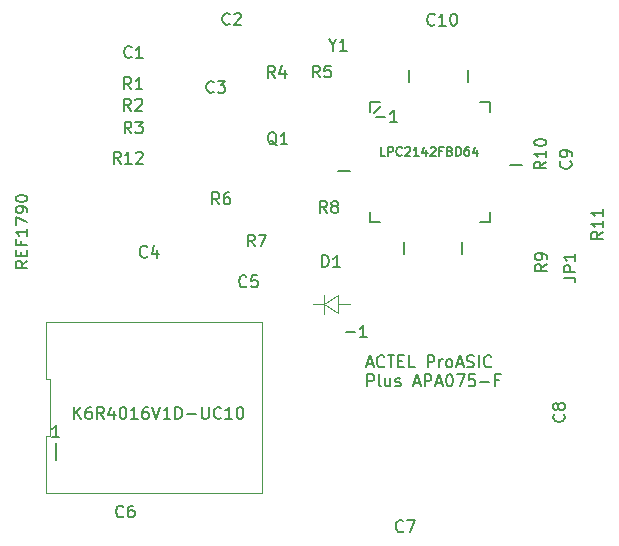
<source format=gbr>
%TF.GenerationSoftware,KiCad,Pcbnew,(6.0.2)*%
%TF.CreationDate,2022-09-11T13:31:58-05:00*%
%TF.ProjectId,REF1790,52454631-3739-4302-9e6b-696361645f70,rev?*%
%TF.SameCoordinates,Original*%
%TF.FileFunction,Legend,Top*%
%TF.FilePolarity,Positive*%
%FSLAX46Y46*%
G04 Gerber Fmt 4.6, Leading zero omitted, Abs format (unit mm)*
G04 Created by KiCad (PCBNEW (6.0.2)) date 2022-09-11 13:31:58*
%MOMM*%
%LPD*%
G01*
G04 APERTURE LIST*
%ADD10C,0.150000*%
%ADD11C,0.120000*%
%ADD12C,0.100000*%
%ADD13C,0.152400*%
G04 APERTURE END LIST*
D10*
X159713857Y-77276285D02*
X159356714Y-77276285D01*
X159356714Y-76526285D01*
X159963857Y-77276285D02*
X159963857Y-76526285D01*
X160249571Y-76526285D01*
X160321000Y-76562000D01*
X160356714Y-76597714D01*
X160392428Y-76669142D01*
X160392428Y-76776285D01*
X160356714Y-76847714D01*
X160321000Y-76883428D01*
X160249571Y-76919142D01*
X159963857Y-76919142D01*
X161142428Y-77204857D02*
X161106714Y-77240571D01*
X160999571Y-77276285D01*
X160928142Y-77276285D01*
X160821000Y-77240571D01*
X160749571Y-77169142D01*
X160713857Y-77097714D01*
X160678142Y-76954857D01*
X160678142Y-76847714D01*
X160713857Y-76704857D01*
X160749571Y-76633428D01*
X160821000Y-76562000D01*
X160928142Y-76526285D01*
X160999571Y-76526285D01*
X161106714Y-76562000D01*
X161142428Y-76597714D01*
X161428142Y-76597714D02*
X161463857Y-76562000D01*
X161535285Y-76526285D01*
X161713857Y-76526285D01*
X161785285Y-76562000D01*
X161821000Y-76597714D01*
X161856714Y-76669142D01*
X161856714Y-76740571D01*
X161821000Y-76847714D01*
X161392428Y-77276285D01*
X161856714Y-77276285D01*
X162571000Y-77276285D02*
X162142428Y-77276285D01*
X162356714Y-77276285D02*
X162356714Y-76526285D01*
X162285285Y-76633428D01*
X162213857Y-76704857D01*
X162142428Y-76740571D01*
X163213857Y-76776285D02*
X163213857Y-77276285D01*
X163035285Y-76490571D02*
X162856714Y-77026285D01*
X163321000Y-77026285D01*
X163571000Y-76597714D02*
X163606714Y-76562000D01*
X163678142Y-76526285D01*
X163856714Y-76526285D01*
X163928142Y-76562000D01*
X163963857Y-76597714D01*
X163999571Y-76669142D01*
X163999571Y-76740571D01*
X163963857Y-76847714D01*
X163535285Y-77276285D01*
X163999571Y-77276285D01*
X164571000Y-76883428D02*
X164321000Y-76883428D01*
X164321000Y-77276285D02*
X164321000Y-76526285D01*
X164678142Y-76526285D01*
X165213857Y-76883428D02*
X165321000Y-76919142D01*
X165356714Y-76954857D01*
X165392428Y-77026285D01*
X165392428Y-77133428D01*
X165356714Y-77204857D01*
X165321000Y-77240571D01*
X165249571Y-77276285D01*
X164963857Y-77276285D01*
X164963857Y-76526285D01*
X165213857Y-76526285D01*
X165285285Y-76562000D01*
X165321000Y-76597714D01*
X165356714Y-76669142D01*
X165356714Y-76740571D01*
X165321000Y-76812000D01*
X165285285Y-76847714D01*
X165213857Y-76883428D01*
X164963857Y-76883428D01*
X165713857Y-77276285D02*
X165713857Y-76526285D01*
X165892428Y-76526285D01*
X165999571Y-76562000D01*
X166071000Y-76633428D01*
X166106714Y-76704857D01*
X166142428Y-76847714D01*
X166142428Y-76954857D01*
X166106714Y-77097714D01*
X166071000Y-77169142D01*
X165999571Y-77240571D01*
X165892428Y-77276285D01*
X165713857Y-77276285D01*
X166785285Y-76526285D02*
X166642428Y-76526285D01*
X166571000Y-76562000D01*
X166535285Y-76597714D01*
X166463857Y-76704857D01*
X166428142Y-76847714D01*
X166428142Y-77133428D01*
X166463857Y-77204857D01*
X166499571Y-77240571D01*
X166571000Y-77276285D01*
X166713857Y-77276285D01*
X166785285Y-77240571D01*
X166821000Y-77204857D01*
X166856714Y-77133428D01*
X166856714Y-76954857D01*
X166821000Y-76883428D01*
X166785285Y-76847714D01*
X166713857Y-76812000D01*
X166571000Y-76812000D01*
X166499571Y-76847714D01*
X166463857Y-76883428D01*
X166428142Y-76954857D01*
X167499571Y-76776285D02*
X167499571Y-77276285D01*
X167321000Y-76490571D02*
X167142428Y-77026285D01*
X167606714Y-77026285D01*
X133386142Y-99546380D02*
X133386142Y-98546380D01*
X133957571Y-99546380D02*
X133529000Y-98974952D01*
X133957571Y-98546380D02*
X133386142Y-99117809D01*
X134814714Y-98546380D02*
X134624238Y-98546380D01*
X134529000Y-98594000D01*
X134481380Y-98641619D01*
X134386142Y-98784476D01*
X134338523Y-98974952D01*
X134338523Y-99355904D01*
X134386142Y-99451142D01*
X134433761Y-99498761D01*
X134529000Y-99546380D01*
X134719476Y-99546380D01*
X134814714Y-99498761D01*
X134862333Y-99451142D01*
X134909952Y-99355904D01*
X134909952Y-99117809D01*
X134862333Y-99022571D01*
X134814714Y-98974952D01*
X134719476Y-98927333D01*
X134529000Y-98927333D01*
X134433761Y-98974952D01*
X134386142Y-99022571D01*
X134338523Y-99117809D01*
X135909952Y-99546380D02*
X135576619Y-99070190D01*
X135338523Y-99546380D02*
X135338523Y-98546380D01*
X135719476Y-98546380D01*
X135814714Y-98594000D01*
X135862333Y-98641619D01*
X135909952Y-98736857D01*
X135909952Y-98879714D01*
X135862333Y-98974952D01*
X135814714Y-99022571D01*
X135719476Y-99070190D01*
X135338523Y-99070190D01*
X136767095Y-98879714D02*
X136767095Y-99546380D01*
X136529000Y-98498761D02*
X136290904Y-99213047D01*
X136909952Y-99213047D01*
X137481380Y-98546380D02*
X137576619Y-98546380D01*
X137671857Y-98594000D01*
X137719476Y-98641619D01*
X137767095Y-98736857D01*
X137814714Y-98927333D01*
X137814714Y-99165428D01*
X137767095Y-99355904D01*
X137719476Y-99451142D01*
X137671857Y-99498761D01*
X137576619Y-99546380D01*
X137481380Y-99546380D01*
X137386142Y-99498761D01*
X137338523Y-99451142D01*
X137290904Y-99355904D01*
X137243285Y-99165428D01*
X137243285Y-98927333D01*
X137290904Y-98736857D01*
X137338523Y-98641619D01*
X137386142Y-98594000D01*
X137481380Y-98546380D01*
X138767095Y-99546380D02*
X138195666Y-99546380D01*
X138481380Y-99546380D02*
X138481380Y-98546380D01*
X138386142Y-98689238D01*
X138290904Y-98784476D01*
X138195666Y-98832095D01*
X139624238Y-98546380D02*
X139433761Y-98546380D01*
X139338523Y-98594000D01*
X139290904Y-98641619D01*
X139195666Y-98784476D01*
X139148047Y-98974952D01*
X139148047Y-99355904D01*
X139195666Y-99451142D01*
X139243285Y-99498761D01*
X139338523Y-99546380D01*
X139529000Y-99546380D01*
X139624238Y-99498761D01*
X139671857Y-99451142D01*
X139719476Y-99355904D01*
X139719476Y-99117809D01*
X139671857Y-99022571D01*
X139624238Y-98974952D01*
X139529000Y-98927333D01*
X139338523Y-98927333D01*
X139243285Y-98974952D01*
X139195666Y-99022571D01*
X139148047Y-99117809D01*
X140005190Y-98546380D02*
X140338523Y-99546380D01*
X140671857Y-98546380D01*
X141529000Y-99546380D02*
X140957571Y-99546380D01*
X141243285Y-99546380D02*
X141243285Y-98546380D01*
X141148047Y-98689238D01*
X141052809Y-98784476D01*
X140957571Y-98832095D01*
X141957571Y-99546380D02*
X141957571Y-98546380D01*
X142195666Y-98546380D01*
X142338523Y-98594000D01*
X142433761Y-98689238D01*
X142481380Y-98784476D01*
X142529000Y-98974952D01*
X142529000Y-99117809D01*
X142481380Y-99308285D01*
X142433761Y-99403523D01*
X142338523Y-99498761D01*
X142195666Y-99546380D01*
X141957571Y-99546380D01*
X142957571Y-99165428D02*
X143719476Y-99165428D01*
X144195666Y-98546380D02*
X144195666Y-99355904D01*
X144243285Y-99451142D01*
X144290904Y-99498761D01*
X144386142Y-99546380D01*
X144576619Y-99546380D01*
X144671857Y-99498761D01*
X144719476Y-99451142D01*
X144767095Y-99355904D01*
X144767095Y-98546380D01*
X145814714Y-99451142D02*
X145767095Y-99498761D01*
X145624238Y-99546380D01*
X145529000Y-99546380D01*
X145386142Y-99498761D01*
X145290904Y-99403523D01*
X145243285Y-99308285D01*
X145195666Y-99117809D01*
X145195666Y-98974952D01*
X145243285Y-98784476D01*
X145290904Y-98689238D01*
X145386142Y-98594000D01*
X145529000Y-98546380D01*
X145624238Y-98546380D01*
X145767095Y-98594000D01*
X145814714Y-98641619D01*
X146767095Y-99546380D02*
X146195666Y-99546380D01*
X146481380Y-99546380D02*
X146481380Y-98546380D01*
X146386142Y-98689238D01*
X146290904Y-98784476D01*
X146195666Y-98832095D01*
X147386142Y-98546380D02*
X147481380Y-98546380D01*
X147576619Y-98594000D01*
X147624238Y-98641619D01*
X147671857Y-98736857D01*
X147719476Y-98927333D01*
X147719476Y-99165428D01*
X147671857Y-99355904D01*
X147624238Y-99451142D01*
X147576619Y-99498761D01*
X147481380Y-99546380D01*
X147386142Y-99546380D01*
X147290904Y-99498761D01*
X147243285Y-99451142D01*
X147195666Y-99355904D01*
X147148047Y-99165428D01*
X147148047Y-98927333D01*
X147195666Y-98736857D01*
X147243285Y-98641619D01*
X147290904Y-98594000D01*
X147386142Y-98546380D01*
X132113714Y-101099380D02*
X131542285Y-101099380D01*
X131828000Y-101099380D02*
X131828000Y-100099380D01*
X131732761Y-100242238D01*
X131637523Y-100337476D01*
X131542285Y-100385095D01*
X131828000Y-103042714D02*
X131828000Y-101614142D01*
X156381857Y-92227428D02*
X157143761Y-92227428D01*
X158143761Y-92608380D02*
X157572333Y-92608380D01*
X157858047Y-92608380D02*
X157858047Y-91608380D01*
X157762809Y-91751238D01*
X157667571Y-91846476D01*
X157572333Y-91894095D01*
X158167142Y-94887666D02*
X158643333Y-94887666D01*
X158071904Y-95173380D02*
X158405238Y-94173380D01*
X158738571Y-95173380D01*
X159643333Y-95078142D02*
X159595714Y-95125761D01*
X159452857Y-95173380D01*
X159357619Y-95173380D01*
X159214761Y-95125761D01*
X159119523Y-95030523D01*
X159071904Y-94935285D01*
X159024285Y-94744809D01*
X159024285Y-94601952D01*
X159071904Y-94411476D01*
X159119523Y-94316238D01*
X159214761Y-94221000D01*
X159357619Y-94173380D01*
X159452857Y-94173380D01*
X159595714Y-94221000D01*
X159643333Y-94268619D01*
X159929047Y-94173380D02*
X160500476Y-94173380D01*
X160214761Y-95173380D02*
X160214761Y-94173380D01*
X160833809Y-94649571D02*
X161167142Y-94649571D01*
X161310000Y-95173380D02*
X160833809Y-95173380D01*
X160833809Y-94173380D01*
X161310000Y-94173380D01*
X162214761Y-95173380D02*
X161738571Y-95173380D01*
X161738571Y-94173380D01*
X163310000Y-95173380D02*
X163310000Y-94173380D01*
X163690952Y-94173380D01*
X163786190Y-94221000D01*
X163833809Y-94268619D01*
X163881428Y-94363857D01*
X163881428Y-94506714D01*
X163833809Y-94601952D01*
X163786190Y-94649571D01*
X163690952Y-94697190D01*
X163310000Y-94697190D01*
X164310000Y-95173380D02*
X164310000Y-94506714D01*
X164310000Y-94697190D02*
X164357619Y-94601952D01*
X164405238Y-94554333D01*
X164500476Y-94506714D01*
X164595714Y-94506714D01*
X165071904Y-95173380D02*
X164976666Y-95125761D01*
X164929047Y-95078142D01*
X164881428Y-94982904D01*
X164881428Y-94697190D01*
X164929047Y-94601952D01*
X164976666Y-94554333D01*
X165071904Y-94506714D01*
X165214761Y-94506714D01*
X165310000Y-94554333D01*
X165357619Y-94601952D01*
X165405238Y-94697190D01*
X165405238Y-94982904D01*
X165357619Y-95078142D01*
X165310000Y-95125761D01*
X165214761Y-95173380D01*
X165071904Y-95173380D01*
X165786190Y-94887666D02*
X166262380Y-94887666D01*
X165690952Y-95173380D02*
X166024285Y-94173380D01*
X166357619Y-95173380D01*
X166643333Y-95125761D02*
X166786190Y-95173380D01*
X167024285Y-95173380D01*
X167119523Y-95125761D01*
X167167142Y-95078142D01*
X167214761Y-94982904D01*
X167214761Y-94887666D01*
X167167142Y-94792428D01*
X167119523Y-94744809D01*
X167024285Y-94697190D01*
X166833809Y-94649571D01*
X166738571Y-94601952D01*
X166690952Y-94554333D01*
X166643333Y-94459095D01*
X166643333Y-94363857D01*
X166690952Y-94268619D01*
X166738571Y-94221000D01*
X166833809Y-94173380D01*
X167071904Y-94173380D01*
X167214761Y-94221000D01*
X167643333Y-95173380D02*
X167643333Y-94173380D01*
X168690952Y-95078142D02*
X168643333Y-95125761D01*
X168500476Y-95173380D01*
X168405238Y-95173380D01*
X168262380Y-95125761D01*
X168167142Y-95030523D01*
X168119523Y-94935285D01*
X168071904Y-94744809D01*
X168071904Y-94601952D01*
X168119523Y-94411476D01*
X168167142Y-94316238D01*
X168262380Y-94221000D01*
X168405238Y-94173380D01*
X168500476Y-94173380D01*
X168643333Y-94221000D01*
X168690952Y-94268619D01*
X158214761Y-96783380D02*
X158214761Y-95783380D01*
X158595714Y-95783380D01*
X158690952Y-95831000D01*
X158738571Y-95878619D01*
X158786190Y-95973857D01*
X158786190Y-96116714D01*
X158738571Y-96211952D01*
X158690952Y-96259571D01*
X158595714Y-96307190D01*
X158214761Y-96307190D01*
X159357619Y-96783380D02*
X159262380Y-96735761D01*
X159214761Y-96640523D01*
X159214761Y-95783380D01*
X160167142Y-96116714D02*
X160167142Y-96783380D01*
X159738571Y-96116714D02*
X159738571Y-96640523D01*
X159786190Y-96735761D01*
X159881428Y-96783380D01*
X160024285Y-96783380D01*
X160119523Y-96735761D01*
X160167142Y-96688142D01*
X160595714Y-96735761D02*
X160690952Y-96783380D01*
X160881428Y-96783380D01*
X160976666Y-96735761D01*
X161024285Y-96640523D01*
X161024285Y-96592904D01*
X160976666Y-96497666D01*
X160881428Y-96450047D01*
X160738571Y-96450047D01*
X160643333Y-96402428D01*
X160595714Y-96307190D01*
X160595714Y-96259571D01*
X160643333Y-96164333D01*
X160738571Y-96116714D01*
X160881428Y-96116714D01*
X160976666Y-96164333D01*
X162167142Y-96497666D02*
X162643333Y-96497666D01*
X162071904Y-96783380D02*
X162405238Y-95783380D01*
X162738571Y-96783380D01*
X163071904Y-96783380D02*
X163071904Y-95783380D01*
X163452857Y-95783380D01*
X163548095Y-95831000D01*
X163595714Y-95878619D01*
X163643333Y-95973857D01*
X163643333Y-96116714D01*
X163595714Y-96211952D01*
X163548095Y-96259571D01*
X163452857Y-96307190D01*
X163071904Y-96307190D01*
X164024285Y-96497666D02*
X164500476Y-96497666D01*
X163929047Y-96783380D02*
X164262380Y-95783380D01*
X164595714Y-96783380D01*
X165119523Y-95783380D02*
X165214761Y-95783380D01*
X165310000Y-95831000D01*
X165357619Y-95878619D01*
X165405238Y-95973857D01*
X165452857Y-96164333D01*
X165452857Y-96402428D01*
X165405238Y-96592904D01*
X165357619Y-96688142D01*
X165310000Y-96735761D01*
X165214761Y-96783380D01*
X165119523Y-96783380D01*
X165024285Y-96735761D01*
X164976666Y-96688142D01*
X164929047Y-96592904D01*
X164881428Y-96402428D01*
X164881428Y-96164333D01*
X164929047Y-95973857D01*
X164976666Y-95878619D01*
X165024285Y-95831000D01*
X165119523Y-95783380D01*
X165786190Y-95783380D02*
X166452857Y-95783380D01*
X166024285Y-96783380D01*
X167310000Y-95783380D02*
X166833809Y-95783380D01*
X166786190Y-96259571D01*
X166833809Y-96211952D01*
X166929047Y-96164333D01*
X167167142Y-96164333D01*
X167262380Y-96211952D01*
X167310000Y-96259571D01*
X167357619Y-96354809D01*
X167357619Y-96592904D01*
X167310000Y-96688142D01*
X167262380Y-96735761D01*
X167167142Y-96783380D01*
X166929047Y-96783380D01*
X166833809Y-96735761D01*
X166786190Y-96688142D01*
X167786190Y-96402428D02*
X168548095Y-96402428D01*
X169357619Y-96259571D02*
X169024285Y-96259571D01*
X169024285Y-96783380D02*
X169024285Y-95783380D01*
X169500476Y-95783380D01*
X158953857Y-74021428D02*
X159715761Y-74021428D01*
X160715761Y-74402380D02*
X160144333Y-74402380D01*
X160430047Y-74402380D02*
X160430047Y-73402380D01*
X160334809Y-73545238D01*
X160239571Y-73640476D01*
X160144333Y-73688095D01*
X129435380Y-86164190D02*
X128959190Y-86497523D01*
X129435380Y-86735619D02*
X128435380Y-86735619D01*
X128435380Y-86354666D01*
X128483000Y-86259428D01*
X128530619Y-86211809D01*
X128625857Y-86164190D01*
X128768714Y-86164190D01*
X128863952Y-86211809D01*
X128911571Y-86259428D01*
X128959190Y-86354666D01*
X128959190Y-86735619D01*
X128911571Y-85735619D02*
X128911571Y-85402285D01*
X129435380Y-85259428D02*
X129435380Y-85735619D01*
X128435380Y-85735619D01*
X128435380Y-85259428D01*
X128911571Y-84497523D02*
X128911571Y-84830857D01*
X129435380Y-84830857D02*
X128435380Y-84830857D01*
X128435380Y-84354666D01*
X129435380Y-83449904D02*
X129435380Y-84021333D01*
X129435380Y-83735619D02*
X128435380Y-83735619D01*
X128578238Y-83830857D01*
X128673476Y-83926095D01*
X128721095Y-84021333D01*
X128435380Y-83116571D02*
X128435380Y-82449904D01*
X129435380Y-82878476D01*
X129435380Y-82021333D02*
X129435380Y-81830857D01*
X129387761Y-81735619D01*
X129340142Y-81688000D01*
X129197285Y-81592761D01*
X129006809Y-81545142D01*
X128625857Y-81545142D01*
X128530619Y-81592761D01*
X128483000Y-81640380D01*
X128435380Y-81735619D01*
X128435380Y-81926095D01*
X128483000Y-82021333D01*
X128530619Y-82068952D01*
X128625857Y-82116571D01*
X128863952Y-82116571D01*
X128959190Y-82068952D01*
X129006809Y-82021333D01*
X129054428Y-81926095D01*
X129054428Y-81735619D01*
X129006809Y-81640380D01*
X128959190Y-81592761D01*
X128863952Y-81545142D01*
X128435380Y-80926095D02*
X128435380Y-80830857D01*
X128483000Y-80735619D01*
X128530619Y-80688000D01*
X128625857Y-80640380D01*
X128816333Y-80592761D01*
X129054428Y-80592761D01*
X129244904Y-80640380D01*
X129340142Y-80688000D01*
X129387761Y-80735619D01*
X129435380Y-80830857D01*
X129435380Y-80926095D01*
X129387761Y-81021333D01*
X129340142Y-81068952D01*
X129244904Y-81116571D01*
X129054428Y-81164190D01*
X128816333Y-81164190D01*
X128625857Y-81116571D01*
X128530619Y-81068952D01*
X128483000Y-81021333D01*
X128435380Y-80926095D01*
%TO.C,JP1*%
X174833380Y-87583333D02*
X175547666Y-87583333D01*
X175690523Y-87630952D01*
X175785761Y-87726190D01*
X175833380Y-87869047D01*
X175833380Y-87964285D01*
X175833380Y-87107142D02*
X174833380Y-87107142D01*
X174833380Y-86726190D01*
X174881000Y-86630952D01*
X174928619Y-86583333D01*
X175023857Y-86535714D01*
X175166714Y-86535714D01*
X175261952Y-86583333D01*
X175309571Y-86630952D01*
X175357190Y-86726190D01*
X175357190Y-87107142D01*
X175833380Y-85583333D02*
X175833380Y-86154761D01*
X175833380Y-85869047D02*
X174833380Y-85869047D01*
X174976238Y-85964285D01*
X175071476Y-86059523D01*
X175119095Y-86154761D01*
%TO.C,D1*%
X154376904Y-86683380D02*
X154376904Y-85683380D01*
X154615000Y-85683380D01*
X154757857Y-85731000D01*
X154853095Y-85826238D01*
X154900714Y-85921476D01*
X154948333Y-86111952D01*
X154948333Y-86254809D01*
X154900714Y-86445285D01*
X154853095Y-86540523D01*
X154757857Y-86635761D01*
X154615000Y-86683380D01*
X154376904Y-86683380D01*
X155900714Y-86683380D02*
X155329285Y-86683380D01*
X155615000Y-86683380D02*
X155615000Y-85683380D01*
X155519761Y-85826238D01*
X155424523Y-85921476D01*
X155329285Y-85969095D01*
%TO.C,R3*%
X138237333Y-75372380D02*
X137904000Y-74896190D01*
X137665904Y-75372380D02*
X137665904Y-74372380D01*
X138046857Y-74372380D01*
X138142095Y-74420000D01*
X138189714Y-74467619D01*
X138237333Y-74562857D01*
X138237333Y-74705714D01*
X138189714Y-74800952D01*
X138142095Y-74848571D01*
X138046857Y-74896190D01*
X137665904Y-74896190D01*
X138570666Y-74372380D02*
X139189714Y-74372380D01*
X138856380Y-74753333D01*
X138999238Y-74753333D01*
X139094476Y-74800952D01*
X139142095Y-74848571D01*
X139189714Y-74943809D01*
X139189714Y-75181904D01*
X139142095Y-75277142D01*
X139094476Y-75324761D01*
X138999238Y-75372380D01*
X138713523Y-75372380D01*
X138618285Y-75324761D01*
X138570666Y-75277142D01*
%TO.C,C5*%
X147980333Y-88305142D02*
X147932714Y-88352761D01*
X147789857Y-88400380D01*
X147694619Y-88400380D01*
X147551761Y-88352761D01*
X147456523Y-88257523D01*
X147408904Y-88162285D01*
X147361285Y-87971809D01*
X147361285Y-87828952D01*
X147408904Y-87638476D01*
X147456523Y-87543238D01*
X147551761Y-87448000D01*
X147694619Y-87400380D01*
X147789857Y-87400380D01*
X147932714Y-87448000D01*
X147980333Y-87495619D01*
X148885095Y-87400380D02*
X148408904Y-87400380D01*
X148361285Y-87876571D01*
X148408904Y-87828952D01*
X148504142Y-87781333D01*
X148742238Y-87781333D01*
X148837476Y-87828952D01*
X148885095Y-87876571D01*
X148932714Y-87971809D01*
X148932714Y-88209904D01*
X148885095Y-88305142D01*
X148837476Y-88352761D01*
X148742238Y-88400380D01*
X148504142Y-88400380D01*
X148408904Y-88352761D01*
X148361285Y-88305142D01*
%TO.C,R4*%
X150391333Y-70658380D02*
X150058000Y-70182190D01*
X149819904Y-70658380D02*
X149819904Y-69658380D01*
X150200857Y-69658380D01*
X150296095Y-69706000D01*
X150343714Y-69753619D01*
X150391333Y-69848857D01*
X150391333Y-69991714D01*
X150343714Y-70086952D01*
X150296095Y-70134571D01*
X150200857Y-70182190D01*
X149819904Y-70182190D01*
X151248476Y-69991714D02*
X151248476Y-70658380D01*
X151010380Y-69610761D02*
X150772285Y-70325047D01*
X151391333Y-70325047D01*
%TO.C,R5*%
X154203333Y-70633380D02*
X153870000Y-70157190D01*
X153631904Y-70633380D02*
X153631904Y-69633380D01*
X154012857Y-69633380D01*
X154108095Y-69681000D01*
X154155714Y-69728619D01*
X154203333Y-69823857D01*
X154203333Y-69966714D01*
X154155714Y-70061952D01*
X154108095Y-70109571D01*
X154012857Y-70157190D01*
X153631904Y-70157190D01*
X155108095Y-69633380D02*
X154631904Y-69633380D01*
X154584285Y-70109571D01*
X154631904Y-70061952D01*
X154727142Y-70014333D01*
X154965238Y-70014333D01*
X155060476Y-70061952D01*
X155108095Y-70109571D01*
X155155714Y-70204809D01*
X155155714Y-70442904D01*
X155108095Y-70538142D01*
X155060476Y-70585761D01*
X154965238Y-70633380D01*
X154727142Y-70633380D01*
X154631904Y-70585761D01*
X154584285Y-70538142D01*
%TO.C,C4*%
X139571333Y-85786142D02*
X139523714Y-85833761D01*
X139380857Y-85881380D01*
X139285619Y-85881380D01*
X139142761Y-85833761D01*
X139047523Y-85738523D01*
X138999904Y-85643285D01*
X138952285Y-85452809D01*
X138952285Y-85309952D01*
X138999904Y-85119476D01*
X139047523Y-85024238D01*
X139142761Y-84929000D01*
X139285619Y-84881380D01*
X139380857Y-84881380D01*
X139523714Y-84929000D01*
X139571333Y-84976619D01*
X140428476Y-85214714D02*
X140428476Y-85881380D01*
X140190380Y-84833761D02*
X139952285Y-85548047D01*
X140571333Y-85548047D01*
%TO.C,C6*%
X137552333Y-107783142D02*
X137504714Y-107830761D01*
X137361857Y-107878380D01*
X137266619Y-107878380D01*
X137123761Y-107830761D01*
X137028523Y-107735523D01*
X136980904Y-107640285D01*
X136933285Y-107449809D01*
X136933285Y-107306952D01*
X136980904Y-107116476D01*
X137028523Y-107021238D01*
X137123761Y-106926000D01*
X137266619Y-106878380D01*
X137361857Y-106878380D01*
X137504714Y-106926000D01*
X137552333Y-106973619D01*
X138409476Y-106878380D02*
X138219000Y-106878380D01*
X138123761Y-106926000D01*
X138076142Y-106973619D01*
X137980904Y-107116476D01*
X137933285Y-107306952D01*
X137933285Y-107687904D01*
X137980904Y-107783142D01*
X138028523Y-107830761D01*
X138123761Y-107878380D01*
X138314238Y-107878380D01*
X138409476Y-107830761D01*
X138457095Y-107783142D01*
X138504714Y-107687904D01*
X138504714Y-107449809D01*
X138457095Y-107354571D01*
X138409476Y-107306952D01*
X138314238Y-107259333D01*
X138123761Y-107259333D01*
X138028523Y-107306952D01*
X137980904Y-107354571D01*
X137933285Y-107449809D01*
%TO.C,R11*%
X178174380Y-83712857D02*
X177698190Y-84046190D01*
X178174380Y-84284285D02*
X177174380Y-84284285D01*
X177174380Y-83903333D01*
X177222000Y-83808095D01*
X177269619Y-83760476D01*
X177364857Y-83712857D01*
X177507714Y-83712857D01*
X177602952Y-83760476D01*
X177650571Y-83808095D01*
X177698190Y-83903333D01*
X177698190Y-84284285D01*
X178174380Y-82760476D02*
X178174380Y-83331904D01*
X178174380Y-83046190D02*
X177174380Y-83046190D01*
X177317238Y-83141428D01*
X177412476Y-83236666D01*
X177460095Y-83331904D01*
X178174380Y-81808095D02*
X178174380Y-82379523D01*
X178174380Y-82093809D02*
X177174380Y-82093809D01*
X177317238Y-82189047D01*
X177412476Y-82284285D01*
X177460095Y-82379523D01*
%TO.C,C10*%
X163910142Y-66144142D02*
X163862523Y-66191761D01*
X163719666Y-66239380D01*
X163624428Y-66239380D01*
X163481571Y-66191761D01*
X163386333Y-66096523D01*
X163338714Y-66001285D01*
X163291095Y-65810809D01*
X163291095Y-65667952D01*
X163338714Y-65477476D01*
X163386333Y-65382238D01*
X163481571Y-65287000D01*
X163624428Y-65239380D01*
X163719666Y-65239380D01*
X163862523Y-65287000D01*
X163910142Y-65334619D01*
X164862523Y-66239380D02*
X164291095Y-66239380D01*
X164576809Y-66239380D02*
X164576809Y-65239380D01*
X164481571Y-65382238D01*
X164386333Y-65477476D01*
X164291095Y-65525095D01*
X165481571Y-65239380D02*
X165576809Y-65239380D01*
X165672047Y-65287000D01*
X165719666Y-65334619D01*
X165767285Y-65429857D01*
X165814904Y-65620333D01*
X165814904Y-65858428D01*
X165767285Y-66048904D01*
X165719666Y-66144142D01*
X165672047Y-66191761D01*
X165576809Y-66239380D01*
X165481571Y-66239380D01*
X165386333Y-66191761D01*
X165338714Y-66144142D01*
X165291095Y-66048904D01*
X165243476Y-65858428D01*
X165243476Y-65620333D01*
X165291095Y-65429857D01*
X165338714Y-65334619D01*
X165386333Y-65287000D01*
X165481571Y-65239380D01*
%TO.C,R8*%
X154784333Y-82105380D02*
X154451000Y-81629190D01*
X154212904Y-82105380D02*
X154212904Y-81105380D01*
X154593857Y-81105380D01*
X154689095Y-81153000D01*
X154736714Y-81200619D01*
X154784333Y-81295857D01*
X154784333Y-81438714D01*
X154736714Y-81533952D01*
X154689095Y-81581571D01*
X154593857Y-81629190D01*
X154212904Y-81629190D01*
X155355761Y-81533952D02*
X155260523Y-81486333D01*
X155212904Y-81438714D01*
X155165285Y-81343476D01*
X155165285Y-81295857D01*
X155212904Y-81200619D01*
X155260523Y-81153000D01*
X155355761Y-81105380D01*
X155546238Y-81105380D01*
X155641476Y-81153000D01*
X155689095Y-81200619D01*
X155736714Y-81295857D01*
X155736714Y-81343476D01*
X155689095Y-81438714D01*
X155641476Y-81486333D01*
X155546238Y-81533952D01*
X155355761Y-81533952D01*
X155260523Y-81581571D01*
X155212904Y-81629190D01*
X155165285Y-81724428D01*
X155165285Y-81914904D01*
X155212904Y-82010142D01*
X155260523Y-82057761D01*
X155355761Y-82105380D01*
X155546238Y-82105380D01*
X155641476Y-82057761D01*
X155689095Y-82010142D01*
X155736714Y-81914904D01*
X155736714Y-81724428D01*
X155689095Y-81629190D01*
X155641476Y-81581571D01*
X155546238Y-81533952D01*
%TO.C,Y1*%
X155267809Y-67880190D02*
X155267809Y-68356380D01*
X154934476Y-67356380D02*
X155267809Y-67880190D01*
X155601142Y-67356380D01*
X156458285Y-68356380D02*
X155886857Y-68356380D01*
X156172571Y-68356380D02*
X156172571Y-67356380D01*
X156077333Y-67499238D01*
X155982095Y-67594476D01*
X155886857Y-67642095D01*
%TO.C,R2*%
X138192333Y-73447380D02*
X137859000Y-72971190D01*
X137620904Y-73447380D02*
X137620904Y-72447380D01*
X138001857Y-72447380D01*
X138097095Y-72495000D01*
X138144714Y-72542619D01*
X138192333Y-72637857D01*
X138192333Y-72780714D01*
X138144714Y-72875952D01*
X138097095Y-72923571D01*
X138001857Y-72971190D01*
X137620904Y-72971190D01*
X138573285Y-72542619D02*
X138620904Y-72495000D01*
X138716142Y-72447380D01*
X138954238Y-72447380D01*
X139049476Y-72495000D01*
X139097095Y-72542619D01*
X139144714Y-72637857D01*
X139144714Y-72733095D01*
X139097095Y-72875952D01*
X138525666Y-73447380D01*
X139144714Y-73447380D01*
%TO.C,C8*%
X174843142Y-99159666D02*
X174890761Y-99207285D01*
X174938380Y-99350142D01*
X174938380Y-99445380D01*
X174890761Y-99588238D01*
X174795523Y-99683476D01*
X174700285Y-99731095D01*
X174509809Y-99778714D01*
X174366952Y-99778714D01*
X174176476Y-99731095D01*
X174081238Y-99683476D01*
X173986000Y-99588238D01*
X173938380Y-99445380D01*
X173938380Y-99350142D01*
X173986000Y-99207285D01*
X174033619Y-99159666D01*
X174366952Y-98588238D02*
X174319333Y-98683476D01*
X174271714Y-98731095D01*
X174176476Y-98778714D01*
X174128857Y-98778714D01*
X174033619Y-98731095D01*
X173986000Y-98683476D01*
X173938380Y-98588238D01*
X173938380Y-98397761D01*
X173986000Y-98302523D01*
X174033619Y-98254904D01*
X174128857Y-98207285D01*
X174176476Y-98207285D01*
X174271714Y-98254904D01*
X174319333Y-98302523D01*
X174366952Y-98397761D01*
X174366952Y-98588238D01*
X174414571Y-98683476D01*
X174462190Y-98731095D01*
X174557428Y-98778714D01*
X174747904Y-98778714D01*
X174843142Y-98731095D01*
X174890761Y-98683476D01*
X174938380Y-98588238D01*
X174938380Y-98397761D01*
X174890761Y-98302523D01*
X174843142Y-98254904D01*
X174747904Y-98207285D01*
X174557428Y-98207285D01*
X174462190Y-98254904D01*
X174414571Y-98302523D01*
X174366952Y-98397761D01*
%TO.C,C1*%
X138247333Y-68897142D02*
X138199714Y-68944761D01*
X138056857Y-68992380D01*
X137961619Y-68992380D01*
X137818761Y-68944761D01*
X137723523Y-68849523D01*
X137675904Y-68754285D01*
X137628285Y-68563809D01*
X137628285Y-68420952D01*
X137675904Y-68230476D01*
X137723523Y-68135238D01*
X137818761Y-68040000D01*
X137961619Y-67992380D01*
X138056857Y-67992380D01*
X138199714Y-68040000D01*
X138247333Y-68087619D01*
X139199714Y-68992380D02*
X138628285Y-68992380D01*
X138914000Y-68992380D02*
X138914000Y-67992380D01*
X138818761Y-68135238D01*
X138723523Y-68230476D01*
X138628285Y-68278095D01*
%TO.C,Q1*%
X150533761Y-76374619D02*
X150438523Y-76327000D01*
X150343285Y-76231761D01*
X150200428Y-76088904D01*
X150105190Y-76041285D01*
X150009952Y-76041285D01*
X150057571Y-76279380D02*
X149962333Y-76231761D01*
X149867095Y-76136523D01*
X149819476Y-75946047D01*
X149819476Y-75612714D01*
X149867095Y-75422238D01*
X149962333Y-75327000D01*
X150057571Y-75279380D01*
X150248047Y-75279380D01*
X150343285Y-75327000D01*
X150438523Y-75422238D01*
X150486142Y-75612714D01*
X150486142Y-75946047D01*
X150438523Y-76136523D01*
X150343285Y-76231761D01*
X150248047Y-76279380D01*
X150057571Y-76279380D01*
X151438523Y-76279380D02*
X150867095Y-76279380D01*
X151152809Y-76279380D02*
X151152809Y-75279380D01*
X151057571Y-75422238D01*
X150962333Y-75517476D01*
X150867095Y-75565095D01*
%TO.C,C7*%
X161245333Y-109033142D02*
X161197714Y-109080761D01*
X161054857Y-109128380D01*
X160959619Y-109128380D01*
X160816761Y-109080761D01*
X160721523Y-108985523D01*
X160673904Y-108890285D01*
X160626285Y-108699809D01*
X160626285Y-108556952D01*
X160673904Y-108366476D01*
X160721523Y-108271238D01*
X160816761Y-108176000D01*
X160959619Y-108128380D01*
X161054857Y-108128380D01*
X161197714Y-108176000D01*
X161245333Y-108223619D01*
X161578666Y-108128380D02*
X162245333Y-108128380D01*
X161816761Y-109128380D01*
%TO.C,R9*%
X173401380Y-86450666D02*
X172925190Y-86784000D01*
X173401380Y-87022095D02*
X172401380Y-87022095D01*
X172401380Y-86641142D01*
X172449000Y-86545904D01*
X172496619Y-86498285D01*
X172591857Y-86450666D01*
X172734714Y-86450666D01*
X172829952Y-86498285D01*
X172877571Y-86545904D01*
X172925190Y-86641142D01*
X172925190Y-87022095D01*
X173401380Y-85974476D02*
X173401380Y-85784000D01*
X173353761Y-85688761D01*
X173306142Y-85641142D01*
X173163285Y-85545904D01*
X172972809Y-85498285D01*
X172591857Y-85498285D01*
X172496619Y-85545904D01*
X172449000Y-85593523D01*
X172401380Y-85688761D01*
X172401380Y-85879238D01*
X172449000Y-85974476D01*
X172496619Y-86022095D01*
X172591857Y-86069714D01*
X172829952Y-86069714D01*
X172925190Y-86022095D01*
X172972809Y-85974476D01*
X173020428Y-85879238D01*
X173020428Y-85688761D01*
X172972809Y-85593523D01*
X172925190Y-85545904D01*
X172829952Y-85498285D01*
%TO.C,R7*%
X148674333Y-84938380D02*
X148341000Y-84462190D01*
X148102904Y-84938380D02*
X148102904Y-83938380D01*
X148483857Y-83938380D01*
X148579095Y-83986000D01*
X148626714Y-84033619D01*
X148674333Y-84128857D01*
X148674333Y-84271714D01*
X148626714Y-84366952D01*
X148579095Y-84414571D01*
X148483857Y-84462190D01*
X148102904Y-84462190D01*
X149007666Y-83938380D02*
X149674333Y-83938380D01*
X149245761Y-84938380D01*
%TO.C,R6*%
X145661333Y-81372380D02*
X145328000Y-80896190D01*
X145089904Y-81372380D02*
X145089904Y-80372380D01*
X145470857Y-80372380D01*
X145566095Y-80420000D01*
X145613714Y-80467619D01*
X145661333Y-80562857D01*
X145661333Y-80705714D01*
X145613714Y-80800952D01*
X145566095Y-80848571D01*
X145470857Y-80896190D01*
X145089904Y-80896190D01*
X146518476Y-80372380D02*
X146328000Y-80372380D01*
X146232761Y-80420000D01*
X146185142Y-80467619D01*
X146089904Y-80610476D01*
X146042285Y-80800952D01*
X146042285Y-81181904D01*
X146089904Y-81277142D01*
X146137523Y-81324761D01*
X146232761Y-81372380D01*
X146423238Y-81372380D01*
X146518476Y-81324761D01*
X146566095Y-81277142D01*
X146613714Y-81181904D01*
X146613714Y-80943809D01*
X146566095Y-80848571D01*
X146518476Y-80800952D01*
X146423238Y-80753333D01*
X146232761Y-80753333D01*
X146137523Y-80800952D01*
X146089904Y-80848571D01*
X146042285Y-80943809D01*
%TO.C,R10*%
X173349380Y-77772857D02*
X172873190Y-78106190D01*
X173349380Y-78344285D02*
X172349380Y-78344285D01*
X172349380Y-77963333D01*
X172397000Y-77868095D01*
X172444619Y-77820476D01*
X172539857Y-77772857D01*
X172682714Y-77772857D01*
X172777952Y-77820476D01*
X172825571Y-77868095D01*
X172873190Y-77963333D01*
X172873190Y-78344285D01*
X173349380Y-76820476D02*
X173349380Y-77391904D01*
X173349380Y-77106190D02*
X172349380Y-77106190D01*
X172492238Y-77201428D01*
X172587476Y-77296666D01*
X172635095Y-77391904D01*
X172349380Y-76201428D02*
X172349380Y-76106190D01*
X172397000Y-76010952D01*
X172444619Y-75963333D01*
X172539857Y-75915714D01*
X172730333Y-75868095D01*
X172968428Y-75868095D01*
X173158904Y-75915714D01*
X173254142Y-75963333D01*
X173301761Y-76010952D01*
X173349380Y-76106190D01*
X173349380Y-76201428D01*
X173301761Y-76296666D01*
X173254142Y-76344285D01*
X173158904Y-76391904D01*
X172968428Y-76439523D01*
X172730333Y-76439523D01*
X172539857Y-76391904D01*
X172444619Y-76344285D01*
X172397000Y-76296666D01*
X172349380Y-76201428D01*
%TO.C,R12*%
X137319142Y-77925380D02*
X136985809Y-77449190D01*
X136747714Y-77925380D02*
X136747714Y-76925380D01*
X137128666Y-76925380D01*
X137223904Y-76973000D01*
X137271523Y-77020619D01*
X137319142Y-77115857D01*
X137319142Y-77258714D01*
X137271523Y-77353952D01*
X137223904Y-77401571D01*
X137128666Y-77449190D01*
X136747714Y-77449190D01*
X138271523Y-77925380D02*
X137700095Y-77925380D01*
X137985809Y-77925380D02*
X137985809Y-76925380D01*
X137890571Y-77068238D01*
X137795333Y-77163476D01*
X137700095Y-77211095D01*
X138652476Y-77020619D02*
X138700095Y-76973000D01*
X138795333Y-76925380D01*
X139033428Y-76925380D01*
X139128666Y-76973000D01*
X139176285Y-77020619D01*
X139223904Y-77115857D01*
X139223904Y-77211095D01*
X139176285Y-77353952D01*
X138604857Y-77925380D01*
X139223904Y-77925380D01*
%TO.C,C2*%
X146564333Y-66104142D02*
X146516714Y-66151761D01*
X146373857Y-66199380D01*
X146278619Y-66199380D01*
X146135761Y-66151761D01*
X146040523Y-66056523D01*
X145992904Y-65961285D01*
X145945285Y-65770809D01*
X145945285Y-65627952D01*
X145992904Y-65437476D01*
X146040523Y-65342238D01*
X146135761Y-65247000D01*
X146278619Y-65199380D01*
X146373857Y-65199380D01*
X146516714Y-65247000D01*
X146564333Y-65294619D01*
X146945285Y-65294619D02*
X146992904Y-65247000D01*
X147088142Y-65199380D01*
X147326238Y-65199380D01*
X147421476Y-65247000D01*
X147469095Y-65294619D01*
X147516714Y-65389857D01*
X147516714Y-65485095D01*
X147469095Y-65627952D01*
X146897666Y-66199380D01*
X147516714Y-66199380D01*
%TO.C,C3*%
X145208333Y-71840142D02*
X145160714Y-71887761D01*
X145017857Y-71935380D01*
X144922619Y-71935380D01*
X144779761Y-71887761D01*
X144684523Y-71792523D01*
X144636904Y-71697285D01*
X144589285Y-71506809D01*
X144589285Y-71363952D01*
X144636904Y-71173476D01*
X144684523Y-71078238D01*
X144779761Y-70983000D01*
X144922619Y-70935380D01*
X145017857Y-70935380D01*
X145160714Y-70983000D01*
X145208333Y-71030619D01*
X145541666Y-70935380D02*
X146160714Y-70935380D01*
X145827380Y-71316333D01*
X145970238Y-71316333D01*
X146065476Y-71363952D01*
X146113095Y-71411571D01*
X146160714Y-71506809D01*
X146160714Y-71744904D01*
X146113095Y-71840142D01*
X146065476Y-71887761D01*
X145970238Y-71935380D01*
X145684523Y-71935380D01*
X145589285Y-71887761D01*
X145541666Y-71840142D01*
%TO.C,R1*%
X138210333Y-71628380D02*
X137877000Y-71152190D01*
X137638904Y-71628380D02*
X137638904Y-70628380D01*
X138019857Y-70628380D01*
X138115095Y-70676000D01*
X138162714Y-70723619D01*
X138210333Y-70818857D01*
X138210333Y-70961714D01*
X138162714Y-71056952D01*
X138115095Y-71104571D01*
X138019857Y-71152190D01*
X137638904Y-71152190D01*
X139162714Y-71628380D02*
X138591285Y-71628380D01*
X138877000Y-71628380D02*
X138877000Y-70628380D01*
X138781761Y-70771238D01*
X138686523Y-70866476D01*
X138591285Y-70914095D01*
%TO.C,C9*%
X175411142Y-77735666D02*
X175458761Y-77783285D01*
X175506380Y-77926142D01*
X175506380Y-78021380D01*
X175458761Y-78164238D01*
X175363523Y-78259476D01*
X175268285Y-78307095D01*
X175077809Y-78354714D01*
X174934952Y-78354714D01*
X174744476Y-78307095D01*
X174649238Y-78259476D01*
X174554000Y-78164238D01*
X174506380Y-78021380D01*
X174506380Y-77926142D01*
X174554000Y-77783285D01*
X174601619Y-77735666D01*
X175506380Y-77259476D02*
X175506380Y-77069000D01*
X175458761Y-76973761D01*
X175411142Y-76926142D01*
X175268285Y-76830904D01*
X175077809Y-76783285D01*
X174696857Y-76783285D01*
X174601619Y-76830904D01*
X174554000Y-76878523D01*
X174506380Y-76973761D01*
X174506380Y-77164238D01*
X174554000Y-77259476D01*
X174601619Y-77307095D01*
X174696857Y-77354714D01*
X174934952Y-77354714D01*
X175030190Y-77307095D01*
X175077809Y-77259476D01*
X175125428Y-77164238D01*
X175125428Y-76973761D01*
X175077809Y-76878523D01*
X175030190Y-76830904D01*
X174934952Y-76783285D01*
D11*
%TO.C,U1*%
X131023000Y-101019666D02*
X131023000Y-105852999D01*
X131383000Y-101019666D02*
X131023000Y-101019666D01*
X131023000Y-96186334D02*
X131383000Y-96186334D01*
X149323000Y-91353001D02*
X131023000Y-91353000D01*
X131383000Y-96186334D02*
X131383000Y-101019666D01*
X131023000Y-105852999D02*
X149323000Y-105853000D01*
X131023000Y-91353000D02*
X131023000Y-96186334D01*
X149323000Y-105853000D02*
X149323000Y-91353001D01*
D12*
%TO.C,DiodeIndicator*%
X154555430Y-89848000D02*
X155706050Y-90597300D01*
X154555430Y-89848000D02*
X155706050Y-89047900D01*
X154555430Y-89047900D02*
X154555430Y-90648100D01*
X154555430Y-89848000D02*
X153653730Y-89848000D01*
X155706050Y-90597300D02*
X155706050Y-89047900D01*
X155706050Y-89848000D02*
X156704270Y-89848000D01*
D13*
%TO.C,U3*%
X167728400Y-82853600D02*
X168566600Y-82853600D01*
X166255200Y-85571400D02*
X166255200Y-84555400D01*
X166763200Y-71017200D02*
X166763200Y-70001200D01*
X168566600Y-72744400D02*
X167728400Y-72744400D01*
X168566600Y-73582600D02*
X168566600Y-72744400D01*
X161759400Y-71042600D02*
X161759400Y-70026600D01*
X159295600Y-72744400D02*
X158457400Y-72744400D01*
X155739600Y-78535600D02*
X156755600Y-78535600D01*
X158457400Y-72744400D02*
X158457400Y-73582600D01*
X158457400Y-82853600D02*
X159295600Y-82853600D01*
X158787600Y-73684200D02*
X159397200Y-73074600D01*
X158457400Y-82015400D02*
X158457400Y-82853600D01*
X170268400Y-78053000D02*
X171284400Y-78053000D01*
X161276800Y-85571400D02*
X161276800Y-84555400D01*
X168566600Y-82853600D02*
X168566600Y-82015400D01*
%TD*%
M02*

</source>
